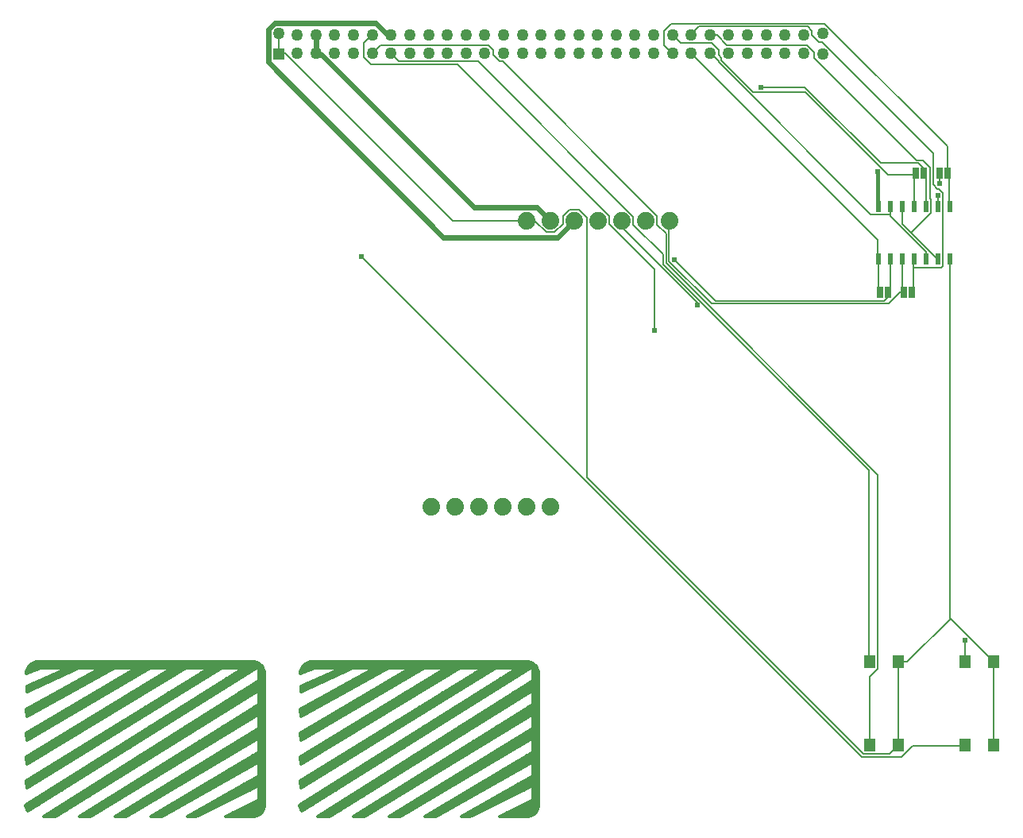
<source format=gtl>
G75*
%MOIN*%
%OFA0B0*%
%FSLAX25Y25*%
%IPPOS*%
%LPD*%
%AMOC8*
5,1,8,0,0,1.08239X$1,22.5*
%
%ADD10C,0.07400*%
%ADD11R,0.05020X0.05020*%
%ADD12C,0.05020*%
%ADD13R,0.04724X0.05512*%
%ADD14C,0.03200*%
%ADD15C,0.01200*%
%ADD16R,0.02362X0.04724*%
%ADD17R,0.02500X0.05000*%
%ADD18C,0.00600*%
%ADD19C,0.02381*%
%ADD20C,0.01500*%
%ADD21C,0.02400*%
D10*
X0358333Y0260000D03*
X0368333Y0260000D03*
X0378333Y0260000D03*
X0388333Y0260000D03*
X0398333Y0260000D03*
X0408333Y0260000D03*
X0408333Y0380000D03*
X0398333Y0380000D03*
X0418333Y0380000D03*
X0428333Y0380000D03*
X0438333Y0380000D03*
X0448333Y0380000D03*
X0458333Y0380000D03*
D11*
X0294160Y0449921D03*
D12*
X0302034Y0450315D03*
X0302034Y0458189D03*
X0309908Y0458189D03*
X0309908Y0450315D03*
X0317782Y0450315D03*
X0317782Y0458189D03*
X0325656Y0458189D03*
X0325656Y0450315D03*
X0333530Y0450315D03*
X0333530Y0458189D03*
X0341404Y0458189D03*
X0341404Y0450315D03*
X0349278Y0450315D03*
X0349278Y0458189D03*
X0357152Y0458189D03*
X0357152Y0450315D03*
X0365026Y0450315D03*
X0365026Y0458189D03*
X0372900Y0458189D03*
X0372900Y0450315D03*
X0380774Y0450315D03*
X0380774Y0458189D03*
X0388648Y0458189D03*
X0388648Y0450315D03*
X0396522Y0450315D03*
X0396522Y0458189D03*
X0404396Y0458189D03*
X0404396Y0450315D03*
X0412270Y0450315D03*
X0412270Y0458189D03*
X0420144Y0458189D03*
X0420144Y0450315D03*
X0428018Y0450315D03*
X0428018Y0458189D03*
X0435892Y0458189D03*
X0435892Y0450315D03*
X0443766Y0450315D03*
X0443766Y0458189D03*
X0451640Y0458189D03*
X0451640Y0450315D03*
X0459514Y0450315D03*
X0459514Y0458189D03*
X0467388Y0458189D03*
X0467388Y0450315D03*
X0475262Y0450315D03*
X0475262Y0458189D03*
X0483136Y0458189D03*
X0483136Y0450315D03*
X0491010Y0450315D03*
X0491010Y0458189D03*
X0498885Y0458189D03*
X0506759Y0458189D03*
X0506759Y0450315D03*
X0498885Y0450315D03*
X0514633Y0450315D03*
X0514633Y0458189D03*
X0522507Y0458583D03*
X0522507Y0449921D03*
X0294160Y0458583D03*
D13*
X0542428Y0195000D03*
X0554239Y0195000D03*
X0582428Y0195000D03*
X0594239Y0195000D03*
X0594239Y0160000D03*
X0582428Y0160000D03*
X0554239Y0160000D03*
X0542428Y0160000D03*
D14*
X0350633Y0192700D03*
X0235633Y0192700D03*
D15*
X0188533Y0133200D02*
X0188833Y0132600D01*
X0189033Y0132300D01*
X0285833Y0193000D01*
X0285833Y0187000D01*
X0195733Y0130000D01*
X0200733Y0130000D01*
X0285833Y0183000D01*
X0285833Y0177000D01*
X0210733Y0130000D01*
X0215233Y0130000D01*
X0285833Y0173000D01*
X0285833Y0167000D01*
X0225733Y0130000D01*
X0230233Y0130000D01*
X0285833Y0163000D01*
X0285833Y0157000D01*
X0240733Y0130000D01*
X0245233Y0130000D01*
X0285833Y0153000D01*
X0285833Y0147000D01*
X0255833Y0130000D01*
X0259733Y0130000D01*
X0285833Y0143000D01*
X0285833Y0137000D01*
X0272033Y0130000D01*
X0283333Y0130000D01*
X0284202Y0130076D01*
X0285043Y0130302D01*
X0285833Y0130670D01*
X0286547Y0131170D01*
X0287164Y0131786D01*
X0287663Y0132500D01*
X0288032Y0133290D01*
X0288257Y0134132D01*
X0288333Y0135000D01*
X0288333Y0190000D01*
X0288257Y0190868D01*
X0288032Y0191710D01*
X0287663Y0192500D01*
X0287164Y0193214D01*
X0286547Y0193830D01*
X0285833Y0194330D01*
X0285043Y0194698D01*
X0284202Y0194924D01*
X0283333Y0195000D01*
X0193333Y0195000D01*
X0192465Y0194924D01*
X0191623Y0194698D01*
X0190833Y0194330D01*
X0190119Y0193830D01*
X0189503Y0193214D01*
X0189003Y0192500D01*
X0188635Y0191710D01*
X0188409Y0190868D01*
X0188333Y0190000D01*
X0194333Y0192500D01*
X0206133Y0192500D01*
X0188633Y0184600D01*
X0188633Y0182400D01*
X0210333Y0192500D01*
X0219733Y0192500D01*
X0188333Y0174900D01*
X0188633Y0172100D01*
X0225333Y0192500D01*
X0234733Y0192500D01*
X0188333Y0164900D01*
X0188633Y0162100D01*
X0240333Y0192500D01*
X0249733Y0192500D01*
X0188333Y0154900D01*
X0188633Y0152100D01*
X0255333Y0192500D01*
X0265233Y0192500D01*
X0188333Y0144900D01*
X0188633Y0142100D01*
X0270333Y0192500D01*
X0279733Y0192500D01*
X0188333Y0134900D01*
X0188133Y0134800D01*
X0188133Y0134200D01*
X0188533Y0133200D01*
X0188747Y0132772D02*
X0189786Y0132772D01*
X0188225Y0133970D02*
X0191697Y0133970D01*
X0193608Y0135169D02*
X0188760Y0135169D01*
X0190662Y0136367D02*
X0195519Y0136367D01*
X0197431Y0137566D02*
X0192563Y0137566D01*
X0194465Y0138764D02*
X0199342Y0138764D01*
X0201253Y0139963D02*
X0196367Y0139963D01*
X0198269Y0141161D02*
X0203165Y0141161D01*
X0205076Y0142360D02*
X0200171Y0142360D01*
X0202072Y0143558D02*
X0206987Y0143558D01*
X0208899Y0144757D02*
X0203974Y0144757D01*
X0205876Y0145955D02*
X0210810Y0145955D01*
X0212721Y0147154D02*
X0207778Y0147154D01*
X0209680Y0148352D02*
X0214632Y0148352D01*
X0216544Y0149551D02*
X0211581Y0149551D01*
X0213483Y0150749D02*
X0218455Y0150749D01*
X0220366Y0151948D02*
X0215385Y0151948D01*
X0217287Y0153146D02*
X0222278Y0153146D01*
X0224189Y0154345D02*
X0219189Y0154345D01*
X0221090Y0155543D02*
X0226100Y0155543D01*
X0228012Y0156742D02*
X0222992Y0156742D01*
X0224894Y0157940D02*
X0229923Y0157940D01*
X0231834Y0159139D02*
X0226796Y0159139D01*
X0228698Y0160337D02*
X0233745Y0160337D01*
X0235657Y0161536D02*
X0230599Y0161536D01*
X0232501Y0162734D02*
X0237568Y0162734D01*
X0239479Y0163933D02*
X0234403Y0163933D01*
X0236305Y0165132D02*
X0241391Y0165132D01*
X0243302Y0166330D02*
X0238207Y0166330D01*
X0240108Y0167529D02*
X0245213Y0167529D01*
X0247125Y0168727D02*
X0242010Y0168727D01*
X0243912Y0169926D02*
X0249036Y0169926D01*
X0250947Y0171124D02*
X0245814Y0171124D01*
X0247716Y0172323D02*
X0252858Y0172323D01*
X0254770Y0173521D02*
X0249618Y0173521D01*
X0251519Y0174720D02*
X0256681Y0174720D01*
X0258592Y0175918D02*
X0253421Y0175918D01*
X0255323Y0177117D02*
X0260504Y0177117D01*
X0262415Y0178315D02*
X0257225Y0178315D01*
X0259127Y0179514D02*
X0264326Y0179514D01*
X0266238Y0180712D02*
X0261028Y0180712D01*
X0262930Y0181911D02*
X0268149Y0181911D01*
X0270060Y0183109D02*
X0264832Y0183109D01*
X0266734Y0184308D02*
X0271971Y0184308D01*
X0273883Y0185506D02*
X0268636Y0185506D01*
X0270537Y0186705D02*
X0275794Y0186705D01*
X0277705Y0187903D02*
X0272439Y0187903D01*
X0274341Y0189102D02*
X0279617Y0189102D01*
X0281528Y0190300D02*
X0276243Y0190300D01*
X0278145Y0191499D02*
X0283439Y0191499D01*
X0285351Y0192697D02*
X0189141Y0192697D01*
X0188578Y0191499D02*
X0191930Y0191499D01*
X0190213Y0193896D02*
X0286454Y0193896D01*
X0285833Y0192697D02*
X0287525Y0192697D01*
X0288088Y0191499D02*
X0285833Y0191499D01*
X0285833Y0190300D02*
X0288307Y0190300D01*
X0288333Y0189102D02*
X0285833Y0189102D01*
X0285833Y0187903D02*
X0288333Y0187903D01*
X0288333Y0186705D02*
X0285367Y0186705D01*
X0283472Y0185506D02*
X0288333Y0185506D01*
X0288333Y0184308D02*
X0281578Y0184308D01*
X0279683Y0183109D02*
X0288333Y0183109D01*
X0288333Y0181911D02*
X0285833Y0181911D01*
X0285833Y0180712D02*
X0288333Y0180712D01*
X0288333Y0179514D02*
X0285833Y0179514D01*
X0285833Y0178315D02*
X0288333Y0178315D01*
X0288333Y0177117D02*
X0285833Y0177117D01*
X0284105Y0175918D02*
X0288333Y0175918D01*
X0288333Y0174720D02*
X0282190Y0174720D01*
X0280274Y0173521D02*
X0288333Y0173521D01*
X0288333Y0172323D02*
X0285833Y0172323D01*
X0284721Y0172323D02*
X0278359Y0172323D01*
X0276444Y0171124D02*
X0282753Y0171124D01*
X0280786Y0169926D02*
X0274529Y0169926D01*
X0272614Y0168727D02*
X0278818Y0168727D01*
X0276850Y0167529D02*
X0270699Y0167529D01*
X0268784Y0166330D02*
X0274882Y0166330D01*
X0272914Y0165132D02*
X0266869Y0165132D01*
X0264954Y0163933D02*
X0270947Y0163933D01*
X0268979Y0162734D02*
X0263039Y0162734D01*
X0261124Y0161536D02*
X0267011Y0161536D01*
X0265043Y0160337D02*
X0259209Y0160337D01*
X0257294Y0159139D02*
X0263075Y0159139D01*
X0261108Y0157940D02*
X0255379Y0157940D01*
X0253464Y0156742D02*
X0259140Y0156742D01*
X0257172Y0155543D02*
X0251548Y0155543D01*
X0249633Y0154345D02*
X0255204Y0154345D01*
X0253236Y0153146D02*
X0247718Y0153146D01*
X0245803Y0151948D02*
X0251269Y0151948D01*
X0249301Y0150749D02*
X0243888Y0150749D01*
X0241973Y0149551D02*
X0247333Y0149551D01*
X0245365Y0148352D02*
X0240058Y0148352D01*
X0238143Y0147154D02*
X0243398Y0147154D01*
X0241430Y0145955D02*
X0236228Y0145955D01*
X0234313Y0144757D02*
X0239462Y0144757D01*
X0237494Y0143558D02*
X0232398Y0143558D01*
X0230483Y0142360D02*
X0235526Y0142360D01*
X0233559Y0141161D02*
X0228568Y0141161D01*
X0226653Y0139963D02*
X0231591Y0139963D01*
X0229623Y0138764D02*
X0224738Y0138764D01*
X0222822Y0137566D02*
X0227655Y0137566D01*
X0225687Y0136367D02*
X0220907Y0136367D01*
X0218992Y0135169D02*
X0223720Y0135169D01*
X0221752Y0133970D02*
X0217077Y0133970D01*
X0215162Y0132772D02*
X0219784Y0132772D01*
X0217816Y0131573D02*
X0213247Y0131573D01*
X0211332Y0130375D02*
X0215849Y0130375D01*
X0210957Y0136367D02*
X0205798Y0136367D01*
X0203904Y0135169D02*
X0209033Y0135169D01*
X0207108Y0133970D02*
X0202009Y0133970D01*
X0200115Y0132772D02*
X0205184Y0132772D01*
X0203259Y0131573D02*
X0198220Y0131573D01*
X0196326Y0130375D02*
X0201335Y0130375D01*
X0207693Y0137566D02*
X0212881Y0137566D01*
X0214806Y0138764D02*
X0209587Y0138764D01*
X0211482Y0139963D02*
X0216730Y0139963D01*
X0218655Y0141161D02*
X0213376Y0141161D01*
X0215270Y0142360D02*
X0220579Y0142360D01*
X0222503Y0143558D02*
X0217165Y0143558D01*
X0219059Y0144757D02*
X0224428Y0144757D01*
X0226352Y0145955D02*
X0220954Y0145955D01*
X0222848Y0147154D02*
X0228277Y0147154D01*
X0230201Y0148352D02*
X0224743Y0148352D01*
X0226637Y0149551D02*
X0232125Y0149551D01*
X0234050Y0150749D02*
X0228532Y0150749D01*
X0230426Y0151948D02*
X0235974Y0151948D01*
X0237899Y0153146D02*
X0232321Y0153146D01*
X0234215Y0154345D02*
X0239823Y0154345D01*
X0241747Y0155543D02*
X0236110Y0155543D01*
X0238004Y0156742D02*
X0243672Y0156742D01*
X0245596Y0157940D02*
X0239899Y0157940D01*
X0241793Y0159139D02*
X0247521Y0159139D01*
X0249445Y0160337D02*
X0243688Y0160337D01*
X0245582Y0161536D02*
X0251369Y0161536D01*
X0253294Y0162734D02*
X0247477Y0162734D01*
X0249371Y0163933D02*
X0255218Y0163933D01*
X0257143Y0165132D02*
X0251266Y0165132D01*
X0253160Y0166330D02*
X0259067Y0166330D01*
X0260991Y0167529D02*
X0255055Y0167529D01*
X0256949Y0168727D02*
X0262916Y0168727D01*
X0264840Y0169926D02*
X0258844Y0169926D01*
X0260738Y0171124D02*
X0266765Y0171124D01*
X0268689Y0172323D02*
X0262633Y0172323D01*
X0264527Y0173521D02*
X0270613Y0173521D01*
X0272538Y0174720D02*
X0266422Y0174720D01*
X0268316Y0175918D02*
X0274462Y0175918D01*
X0276387Y0177117D02*
X0270211Y0177117D01*
X0272105Y0178315D02*
X0278311Y0178315D01*
X0280235Y0179514D02*
X0274000Y0179514D01*
X0275894Y0180712D02*
X0282160Y0180712D01*
X0284084Y0181911D02*
X0277789Y0181911D01*
X0268710Y0191499D02*
X0263616Y0191499D01*
X0261680Y0190300D02*
X0266767Y0190300D01*
X0264825Y0189102D02*
X0259743Y0189102D01*
X0257807Y0187903D02*
X0262882Y0187903D01*
X0260939Y0186705D02*
X0255871Y0186705D01*
X0253935Y0185506D02*
X0258996Y0185506D01*
X0257053Y0184308D02*
X0251998Y0184308D01*
X0250062Y0183109D02*
X0255111Y0183109D01*
X0253168Y0181911D02*
X0248126Y0181911D01*
X0246190Y0180712D02*
X0251225Y0180712D01*
X0249282Y0179514D02*
X0244253Y0179514D01*
X0242317Y0178315D02*
X0247339Y0178315D01*
X0245396Y0177117D02*
X0240381Y0177117D01*
X0238445Y0175918D02*
X0243454Y0175918D01*
X0241511Y0174720D02*
X0236508Y0174720D01*
X0234572Y0173521D02*
X0239568Y0173521D01*
X0237625Y0172323D02*
X0232636Y0172323D01*
X0230700Y0171124D02*
X0235682Y0171124D01*
X0233739Y0169926D02*
X0228763Y0169926D01*
X0226827Y0168727D02*
X0231797Y0168727D01*
X0229854Y0167529D02*
X0224891Y0167529D01*
X0222955Y0166330D02*
X0227911Y0166330D01*
X0225968Y0165132D02*
X0221018Y0165132D01*
X0219082Y0163933D02*
X0224025Y0163933D01*
X0222083Y0162734D02*
X0217146Y0162734D01*
X0215210Y0161536D02*
X0220140Y0161536D01*
X0218197Y0160337D02*
X0213273Y0160337D01*
X0211337Y0159139D02*
X0216254Y0159139D01*
X0214311Y0157940D02*
X0209401Y0157940D01*
X0207465Y0156742D02*
X0212368Y0156742D01*
X0210426Y0155543D02*
X0205528Y0155543D01*
X0203592Y0154345D02*
X0208483Y0154345D01*
X0206540Y0153146D02*
X0201656Y0153146D01*
X0199720Y0151948D02*
X0204597Y0151948D01*
X0202654Y0150749D02*
X0197783Y0150749D01*
X0195847Y0149551D02*
X0200711Y0149551D01*
X0198769Y0148352D02*
X0193911Y0148352D01*
X0191975Y0147154D02*
X0196826Y0147154D01*
X0194883Y0145955D02*
X0190038Y0145955D01*
X0188349Y0144757D02*
X0192940Y0144757D01*
X0190997Y0143558D02*
X0188477Y0143558D01*
X0188605Y0142360D02*
X0189054Y0142360D01*
X0188521Y0153146D02*
X0190361Y0153146D01*
X0188393Y0154345D02*
X0192340Y0154345D01*
X0194318Y0155543D02*
X0189384Y0155543D01*
X0191341Y0156742D02*
X0196297Y0156742D01*
X0198276Y0157940D02*
X0193298Y0157940D01*
X0195255Y0159139D02*
X0200255Y0159139D01*
X0202233Y0160337D02*
X0197213Y0160337D01*
X0199170Y0161536D02*
X0204212Y0161536D01*
X0206191Y0162734D02*
X0201127Y0162734D01*
X0203084Y0163933D02*
X0208170Y0163933D01*
X0210148Y0165132D02*
X0205041Y0165132D01*
X0206998Y0166330D02*
X0212127Y0166330D01*
X0214106Y0167529D02*
X0208955Y0167529D01*
X0210913Y0168727D02*
X0216084Y0168727D01*
X0218063Y0169926D02*
X0212870Y0169926D01*
X0214827Y0171124D02*
X0220042Y0171124D01*
X0222021Y0172323D02*
X0216784Y0172323D01*
X0218741Y0173521D02*
X0223999Y0173521D01*
X0225978Y0174720D02*
X0220698Y0174720D01*
X0222655Y0175918D02*
X0227957Y0175918D01*
X0229936Y0177117D02*
X0224613Y0177117D01*
X0226570Y0178315D02*
X0231914Y0178315D01*
X0233893Y0179514D02*
X0228527Y0179514D01*
X0230484Y0180712D02*
X0235872Y0180712D01*
X0237850Y0181911D02*
X0232441Y0181911D01*
X0234398Y0183109D02*
X0239829Y0183109D01*
X0241808Y0184308D02*
X0236355Y0184308D01*
X0238313Y0185506D02*
X0243787Y0185506D01*
X0245765Y0186705D02*
X0240270Y0186705D01*
X0242227Y0187903D02*
X0247744Y0187903D01*
X0249723Y0189102D02*
X0244184Y0189102D01*
X0246141Y0190300D02*
X0251702Y0190300D01*
X0253680Y0191499D02*
X0248098Y0191499D01*
X0238631Y0191499D02*
X0233050Y0191499D01*
X0231035Y0190300D02*
X0236592Y0190300D01*
X0234554Y0189102D02*
X0229020Y0189102D01*
X0227005Y0187903D02*
X0232516Y0187903D01*
X0230478Y0186705D02*
X0224991Y0186705D01*
X0222976Y0185506D02*
X0228439Y0185506D01*
X0226401Y0184308D02*
X0220961Y0184308D01*
X0218946Y0183109D02*
X0224363Y0183109D01*
X0222325Y0181911D02*
X0216931Y0181911D01*
X0214916Y0180712D02*
X0220286Y0180712D01*
X0218248Y0179514D02*
X0212901Y0179514D01*
X0210886Y0178315D02*
X0216210Y0178315D01*
X0214171Y0177117D02*
X0208871Y0177117D01*
X0206857Y0175918D02*
X0212133Y0175918D01*
X0210095Y0174720D02*
X0204842Y0174720D01*
X0202827Y0173521D02*
X0208057Y0173521D01*
X0206018Y0172323D02*
X0200812Y0172323D01*
X0198797Y0171124D02*
X0203980Y0171124D01*
X0201942Y0169926D02*
X0196782Y0169926D01*
X0194767Y0168727D02*
X0199904Y0168727D01*
X0197865Y0167529D02*
X0192752Y0167529D01*
X0190737Y0166330D02*
X0195827Y0166330D01*
X0193789Y0165132D02*
X0188723Y0165132D01*
X0188437Y0163933D02*
X0191751Y0163933D01*
X0189712Y0162734D02*
X0188565Y0162734D01*
X0188609Y0172323D02*
X0189034Y0172323D01*
X0188481Y0173521D02*
X0191190Y0173521D01*
X0193346Y0174720D02*
X0188353Y0174720D01*
X0190150Y0175918D02*
X0195502Y0175918D01*
X0197658Y0177117D02*
X0192288Y0177117D01*
X0194426Y0178315D02*
X0199814Y0178315D01*
X0201971Y0179514D02*
X0196565Y0179514D01*
X0198703Y0180712D02*
X0204127Y0180712D01*
X0206283Y0181911D02*
X0200841Y0181911D01*
X0202979Y0183109D02*
X0208439Y0183109D01*
X0210595Y0184308D02*
X0205118Y0184308D01*
X0207256Y0185506D02*
X0212751Y0185506D01*
X0214908Y0186705D02*
X0209394Y0186705D01*
X0211532Y0187903D02*
X0217064Y0187903D01*
X0219220Y0189102D02*
X0213671Y0189102D01*
X0215809Y0190300D02*
X0221376Y0190300D01*
X0223532Y0191499D02*
X0217947Y0191499D01*
X0208182Y0191499D02*
X0203915Y0191499D01*
X0205607Y0190300D02*
X0201260Y0190300D01*
X0203032Y0189102D02*
X0198606Y0189102D01*
X0200457Y0187903D02*
X0195951Y0187903D01*
X0197882Y0186705D02*
X0193296Y0186705D01*
X0195307Y0185506D02*
X0190641Y0185506D01*
X0188633Y0184308D02*
X0192732Y0184308D01*
X0190157Y0183109D02*
X0188633Y0183109D01*
X0188360Y0190300D02*
X0189054Y0190300D01*
X0226342Y0130375D02*
X0230865Y0130375D01*
X0232884Y0131573D02*
X0228289Y0131573D01*
X0230235Y0132772D02*
X0234903Y0132772D01*
X0236923Y0133970D02*
X0232182Y0133970D01*
X0234129Y0135169D02*
X0238942Y0135169D01*
X0240961Y0136367D02*
X0236076Y0136367D01*
X0238023Y0137566D02*
X0242980Y0137566D01*
X0245000Y0138764D02*
X0239969Y0138764D01*
X0241916Y0139963D02*
X0247019Y0139963D01*
X0249038Y0141161D02*
X0243863Y0141161D01*
X0245810Y0142360D02*
X0251058Y0142360D01*
X0253077Y0143558D02*
X0247756Y0143558D01*
X0249703Y0144757D02*
X0255096Y0144757D01*
X0257116Y0145955D02*
X0251650Y0145955D01*
X0253597Y0147154D02*
X0259135Y0147154D01*
X0261154Y0148352D02*
X0255544Y0148352D01*
X0257490Y0149551D02*
X0263174Y0149551D01*
X0265193Y0150749D02*
X0259437Y0150749D01*
X0261384Y0151948D02*
X0267212Y0151948D01*
X0269232Y0153146D02*
X0263331Y0153146D01*
X0265277Y0154345D02*
X0271251Y0154345D01*
X0273270Y0155543D02*
X0267224Y0155543D01*
X0269171Y0156742D02*
X0275289Y0156742D01*
X0277309Y0157940D02*
X0271118Y0157940D01*
X0273064Y0159139D02*
X0279328Y0159139D01*
X0281347Y0160337D02*
X0275011Y0160337D01*
X0276958Y0161536D02*
X0283367Y0161536D01*
X0285386Y0162734D02*
X0278905Y0162734D01*
X0280852Y0163933D02*
X0288333Y0163933D01*
X0288333Y0162734D02*
X0285833Y0162734D01*
X0285833Y0161536D02*
X0288333Y0161536D01*
X0288333Y0160337D02*
X0285833Y0160337D01*
X0285833Y0159139D02*
X0288333Y0159139D01*
X0288333Y0157940D02*
X0285833Y0157940D01*
X0285402Y0156742D02*
X0288333Y0156742D01*
X0288333Y0155543D02*
X0283400Y0155543D01*
X0281398Y0154345D02*
X0288333Y0154345D01*
X0288333Y0153146D02*
X0279396Y0153146D01*
X0277394Y0151948D02*
X0283976Y0151948D01*
X0285833Y0151948D02*
X0288333Y0151948D01*
X0288333Y0150749D02*
X0285833Y0150749D01*
X0285833Y0149551D02*
X0288333Y0149551D01*
X0288333Y0148352D02*
X0285833Y0148352D01*
X0285833Y0147154D02*
X0288333Y0147154D01*
X0288333Y0145955D02*
X0283990Y0145955D01*
X0281875Y0144757D02*
X0288333Y0144757D01*
X0288333Y0143558D02*
X0279760Y0143558D01*
X0277645Y0142360D02*
X0284548Y0142360D01*
X0285833Y0142360D02*
X0288333Y0142360D01*
X0288333Y0141161D02*
X0285833Y0141161D01*
X0285833Y0139963D02*
X0288333Y0139963D01*
X0288333Y0138764D02*
X0285833Y0138764D01*
X0285833Y0137566D02*
X0288333Y0137566D01*
X0288333Y0136367D02*
X0284586Y0136367D01*
X0282223Y0135169D02*
X0288333Y0135169D01*
X0288214Y0133970D02*
X0279860Y0133970D01*
X0277498Y0132772D02*
X0287790Y0132772D01*
X0286951Y0131573D02*
X0275135Y0131573D01*
X0272772Y0130375D02*
X0285200Y0130375D01*
X0279736Y0139963D02*
X0273415Y0139963D01*
X0275530Y0141161D02*
X0282142Y0141161D01*
X0277329Y0138764D02*
X0271300Y0138764D01*
X0269185Y0137566D02*
X0274923Y0137566D01*
X0272517Y0136367D02*
X0267070Y0136367D01*
X0264955Y0135169D02*
X0270111Y0135169D01*
X0267704Y0133970D02*
X0262840Y0133970D01*
X0262892Y0131573D02*
X0258610Y0131573D01*
X0260486Y0130375D02*
X0256495Y0130375D01*
X0260725Y0132772D02*
X0265298Y0132772D01*
X0260704Y0138764D02*
X0255373Y0138764D01*
X0253371Y0137566D02*
X0258589Y0137566D01*
X0256473Y0136367D02*
X0251369Y0136367D01*
X0249367Y0135169D02*
X0254357Y0135169D01*
X0252242Y0133970D02*
X0247365Y0133970D01*
X0245363Y0132772D02*
X0250126Y0132772D01*
X0248010Y0131573D02*
X0243361Y0131573D01*
X0241359Y0130375D02*
X0245895Y0130375D01*
X0257375Y0139963D02*
X0262820Y0139963D01*
X0264935Y0141161D02*
X0259377Y0141161D01*
X0261379Y0142360D02*
X0267051Y0142360D01*
X0269167Y0143558D02*
X0263381Y0143558D01*
X0265383Y0144757D02*
X0271282Y0144757D01*
X0273398Y0145955D02*
X0267385Y0145955D01*
X0269387Y0147154D02*
X0275514Y0147154D01*
X0277629Y0148352D02*
X0271389Y0148352D01*
X0273391Y0149551D02*
X0279745Y0149551D01*
X0281860Y0150749D02*
X0275392Y0150749D01*
X0282798Y0165132D02*
X0288333Y0165132D01*
X0288333Y0166330D02*
X0284745Y0166330D01*
X0285833Y0167529D02*
X0288333Y0167529D01*
X0288333Y0168727D02*
X0285833Y0168727D01*
X0285833Y0169926D02*
X0288333Y0169926D01*
X0288333Y0171124D02*
X0285833Y0171124D01*
X0303481Y0173521D02*
X0306190Y0173521D01*
X0308346Y0174720D02*
X0303353Y0174720D01*
X0303333Y0174900D02*
X0303633Y0172100D01*
X0340333Y0192500D01*
X0349733Y0192500D01*
X0303333Y0164900D01*
X0303633Y0162100D01*
X0355333Y0192500D01*
X0364733Y0192500D01*
X0303333Y0154900D01*
X0303633Y0152100D01*
X0370333Y0192500D01*
X0380233Y0192500D01*
X0303333Y0144900D01*
X0303633Y0142100D01*
X0385333Y0192500D01*
X0394733Y0192500D01*
X0303333Y0134900D01*
X0303133Y0134800D01*
X0303133Y0134200D01*
X0303533Y0133200D01*
X0303833Y0132600D01*
X0304033Y0132300D01*
X0400833Y0193000D01*
X0400833Y0187000D01*
X0310733Y0130000D01*
X0315733Y0130000D01*
X0400833Y0183000D01*
X0400833Y0177000D01*
X0325733Y0130000D01*
X0330233Y0130000D01*
X0400833Y0173000D01*
X0400833Y0167000D01*
X0340733Y0130000D01*
X0345233Y0130000D01*
X0400833Y0163000D01*
X0400833Y0157000D01*
X0355733Y0130000D01*
X0360233Y0130000D01*
X0400833Y0153000D01*
X0400833Y0147000D01*
X0370833Y0130000D01*
X0374733Y0130000D01*
X0400833Y0143000D01*
X0400833Y0137000D01*
X0387033Y0130000D01*
X0398333Y0130000D01*
X0399202Y0130076D01*
X0400043Y0130302D01*
X0400833Y0130670D01*
X0401547Y0131170D01*
X0402164Y0131786D01*
X0402663Y0132500D01*
X0403032Y0133290D01*
X0403257Y0134132D01*
X0403333Y0135000D01*
X0403333Y0190000D01*
X0403257Y0190868D01*
X0403032Y0191710D01*
X0402663Y0192500D01*
X0402164Y0193214D01*
X0401547Y0193830D01*
X0400833Y0194330D01*
X0400043Y0194698D01*
X0399202Y0194924D01*
X0398333Y0195000D01*
X0308333Y0195000D01*
X0307465Y0194924D01*
X0306623Y0194698D01*
X0305833Y0194330D01*
X0305119Y0193830D01*
X0304503Y0193214D01*
X0304003Y0192500D01*
X0303635Y0191710D01*
X0303409Y0190868D01*
X0303333Y0190000D01*
X0309333Y0192500D01*
X0321133Y0192500D01*
X0303633Y0184600D01*
X0303633Y0182400D01*
X0325333Y0192500D01*
X0334733Y0192500D01*
X0303333Y0174900D01*
X0305150Y0175918D02*
X0310502Y0175918D01*
X0312658Y0177117D02*
X0307288Y0177117D01*
X0309426Y0178315D02*
X0314814Y0178315D01*
X0316971Y0179514D02*
X0311565Y0179514D01*
X0313703Y0180712D02*
X0319127Y0180712D01*
X0321283Y0181911D02*
X0315841Y0181911D01*
X0317979Y0183109D02*
X0323439Y0183109D01*
X0325595Y0184308D02*
X0320118Y0184308D01*
X0322256Y0185506D02*
X0327751Y0185506D01*
X0329908Y0186705D02*
X0324394Y0186705D01*
X0326532Y0187903D02*
X0332064Y0187903D01*
X0334220Y0189102D02*
X0328671Y0189102D01*
X0330809Y0190300D02*
X0336376Y0190300D01*
X0338532Y0191499D02*
X0332947Y0191499D01*
X0335961Y0184308D02*
X0341401Y0184308D01*
X0343439Y0185506D02*
X0337976Y0185506D01*
X0339991Y0186705D02*
X0345478Y0186705D01*
X0347516Y0187903D02*
X0342005Y0187903D01*
X0344020Y0189102D02*
X0349554Y0189102D01*
X0351592Y0190300D02*
X0346035Y0190300D01*
X0348050Y0191499D02*
X0353631Y0191499D01*
X0355270Y0186705D02*
X0360765Y0186705D01*
X0358787Y0185506D02*
X0353313Y0185506D01*
X0351355Y0184308D02*
X0356808Y0184308D01*
X0354829Y0183109D02*
X0349398Y0183109D01*
X0347441Y0181911D02*
X0352850Y0181911D01*
X0350872Y0180712D02*
X0345484Y0180712D01*
X0343527Y0179514D02*
X0348893Y0179514D01*
X0346914Y0178315D02*
X0341570Y0178315D01*
X0339613Y0177117D02*
X0344936Y0177117D01*
X0342957Y0175918D02*
X0337655Y0175918D01*
X0335698Y0174720D02*
X0340978Y0174720D01*
X0338999Y0173521D02*
X0333741Y0173521D01*
X0331784Y0172323D02*
X0337021Y0172323D01*
X0335042Y0171124D02*
X0329827Y0171124D01*
X0327870Y0169926D02*
X0333063Y0169926D01*
X0331084Y0168727D02*
X0325913Y0168727D01*
X0323955Y0167529D02*
X0329106Y0167529D01*
X0327127Y0166330D02*
X0321998Y0166330D01*
X0320041Y0165132D02*
X0325148Y0165132D01*
X0323170Y0163933D02*
X0318084Y0163933D01*
X0316127Y0162734D02*
X0321191Y0162734D01*
X0319212Y0161536D02*
X0314170Y0161536D01*
X0312213Y0160337D02*
X0317233Y0160337D01*
X0315255Y0159139D02*
X0310255Y0159139D01*
X0308298Y0157940D02*
X0313276Y0157940D01*
X0311297Y0156742D02*
X0306341Y0156742D01*
X0304384Y0155543D02*
X0309318Y0155543D01*
X0307340Y0154345D02*
X0303393Y0154345D01*
X0303521Y0153146D02*
X0305361Y0153146D01*
X0308911Y0148352D02*
X0313769Y0148352D01*
X0315711Y0149551D02*
X0310847Y0149551D01*
X0312783Y0150749D02*
X0317654Y0150749D01*
X0319597Y0151948D02*
X0314720Y0151948D01*
X0316656Y0153146D02*
X0321540Y0153146D01*
X0323483Y0154345D02*
X0318592Y0154345D01*
X0320528Y0155543D02*
X0325426Y0155543D01*
X0327368Y0156742D02*
X0322465Y0156742D01*
X0324401Y0157940D02*
X0329311Y0157940D01*
X0331254Y0159139D02*
X0326337Y0159139D01*
X0328273Y0160337D02*
X0333197Y0160337D01*
X0335140Y0161536D02*
X0330210Y0161536D01*
X0332146Y0162734D02*
X0337083Y0162734D01*
X0339025Y0163933D02*
X0334082Y0163933D01*
X0336018Y0165132D02*
X0340968Y0165132D01*
X0342911Y0166330D02*
X0337955Y0166330D01*
X0339891Y0167529D02*
X0344854Y0167529D01*
X0346797Y0168727D02*
X0341827Y0168727D01*
X0343763Y0169926D02*
X0348739Y0169926D01*
X0350682Y0171124D02*
X0345700Y0171124D01*
X0347636Y0172323D02*
X0352625Y0172323D01*
X0354568Y0173521D02*
X0349572Y0173521D01*
X0351508Y0174720D02*
X0356511Y0174720D01*
X0358454Y0175918D02*
X0353445Y0175918D01*
X0355381Y0177117D02*
X0360396Y0177117D01*
X0362339Y0178315D02*
X0357317Y0178315D01*
X0359253Y0179514D02*
X0364282Y0179514D01*
X0366225Y0180712D02*
X0361190Y0180712D01*
X0363126Y0181911D02*
X0368168Y0181911D01*
X0370111Y0183109D02*
X0365062Y0183109D01*
X0366998Y0184308D02*
X0372053Y0184308D01*
X0373996Y0185506D02*
X0368935Y0185506D01*
X0370871Y0186705D02*
X0375939Y0186705D01*
X0377882Y0187903D02*
X0372807Y0187903D01*
X0374743Y0189102D02*
X0379825Y0189102D01*
X0381767Y0190300D02*
X0376680Y0190300D01*
X0378616Y0191499D02*
X0383710Y0191499D01*
X0385537Y0186705D02*
X0390794Y0186705D01*
X0392705Y0187903D02*
X0387439Y0187903D01*
X0389341Y0189102D02*
X0394617Y0189102D01*
X0396528Y0190300D02*
X0391243Y0190300D01*
X0393145Y0191499D02*
X0398439Y0191499D01*
X0400351Y0192697D02*
X0304141Y0192697D01*
X0303578Y0191499D02*
X0306930Y0191499D01*
X0305213Y0193896D02*
X0401454Y0193896D01*
X0400833Y0192697D02*
X0402525Y0192697D01*
X0403088Y0191499D02*
X0400833Y0191499D01*
X0400833Y0190300D02*
X0403307Y0190300D01*
X0403333Y0189102D02*
X0400833Y0189102D01*
X0400833Y0187903D02*
X0403333Y0187903D01*
X0403333Y0186705D02*
X0400367Y0186705D01*
X0398472Y0185506D02*
X0403333Y0185506D01*
X0403333Y0184308D02*
X0396578Y0184308D01*
X0394683Y0183109D02*
X0403333Y0183109D01*
X0403333Y0181911D02*
X0400833Y0181911D01*
X0400833Y0180712D02*
X0403333Y0180712D01*
X0403333Y0179514D02*
X0400833Y0179514D01*
X0400833Y0178315D02*
X0403333Y0178315D01*
X0403333Y0177117D02*
X0400833Y0177117D01*
X0399105Y0175918D02*
X0403333Y0175918D01*
X0403333Y0174720D02*
X0397190Y0174720D01*
X0395274Y0173521D02*
X0403333Y0173521D01*
X0403333Y0172323D02*
X0400833Y0172323D01*
X0399721Y0172323D02*
X0393359Y0172323D01*
X0391444Y0171124D02*
X0397753Y0171124D01*
X0395786Y0169926D02*
X0389529Y0169926D01*
X0387614Y0168727D02*
X0393818Y0168727D01*
X0391850Y0167529D02*
X0385699Y0167529D01*
X0383784Y0166330D02*
X0389882Y0166330D01*
X0387914Y0165132D02*
X0381869Y0165132D01*
X0379954Y0163933D02*
X0385947Y0163933D01*
X0383979Y0162734D02*
X0378039Y0162734D01*
X0376124Y0161536D02*
X0382011Y0161536D01*
X0380043Y0160337D02*
X0374209Y0160337D01*
X0372294Y0159139D02*
X0378075Y0159139D01*
X0376108Y0157940D02*
X0370379Y0157940D01*
X0368464Y0156742D02*
X0374140Y0156742D01*
X0372172Y0155543D02*
X0366548Y0155543D01*
X0364633Y0154345D02*
X0370204Y0154345D01*
X0368236Y0153146D02*
X0362718Y0153146D01*
X0360803Y0151948D02*
X0366269Y0151948D01*
X0364301Y0150749D02*
X0358888Y0150749D01*
X0356973Y0149551D02*
X0362333Y0149551D01*
X0360365Y0148352D02*
X0355058Y0148352D01*
X0353143Y0147154D02*
X0358398Y0147154D01*
X0356430Y0145955D02*
X0351228Y0145955D01*
X0349313Y0144757D02*
X0354462Y0144757D01*
X0352494Y0143558D02*
X0347398Y0143558D01*
X0345483Y0142360D02*
X0350526Y0142360D01*
X0348559Y0141161D02*
X0343568Y0141161D01*
X0341653Y0139963D02*
X0346591Y0139963D01*
X0344623Y0138764D02*
X0339738Y0138764D01*
X0337822Y0137566D02*
X0342655Y0137566D01*
X0340687Y0136367D02*
X0335907Y0136367D01*
X0333992Y0135169D02*
X0338720Y0135169D01*
X0336752Y0133970D02*
X0332077Y0133970D01*
X0330162Y0132772D02*
X0334784Y0132772D01*
X0332816Y0131573D02*
X0328247Y0131573D01*
X0326332Y0130375D02*
X0330849Y0130375D01*
X0325957Y0136367D02*
X0320798Y0136367D01*
X0318904Y0135169D02*
X0324033Y0135169D01*
X0322108Y0133970D02*
X0317009Y0133970D01*
X0315115Y0132772D02*
X0320184Y0132772D01*
X0318259Y0131573D02*
X0313220Y0131573D01*
X0311326Y0130375D02*
X0316335Y0130375D01*
X0312431Y0137566D02*
X0307563Y0137566D01*
X0305662Y0136367D02*
X0310519Y0136367D01*
X0308608Y0135169D02*
X0303760Y0135169D01*
X0303225Y0133970D02*
X0306697Y0133970D01*
X0304786Y0132772D02*
X0303747Y0132772D01*
X0309465Y0138764D02*
X0314342Y0138764D01*
X0316253Y0139963D02*
X0311367Y0139963D01*
X0313269Y0141161D02*
X0318165Y0141161D01*
X0320076Y0142360D02*
X0315171Y0142360D01*
X0317072Y0143558D02*
X0321987Y0143558D01*
X0323899Y0144757D02*
X0318974Y0144757D01*
X0320876Y0145955D02*
X0325810Y0145955D01*
X0327721Y0147154D02*
X0322778Y0147154D01*
X0324680Y0148352D02*
X0329632Y0148352D01*
X0331544Y0149551D02*
X0326581Y0149551D01*
X0328483Y0150749D02*
X0333455Y0150749D01*
X0335366Y0151948D02*
X0330385Y0151948D01*
X0332287Y0153146D02*
X0337278Y0153146D01*
X0339189Y0154345D02*
X0334189Y0154345D01*
X0336090Y0155543D02*
X0341100Y0155543D01*
X0343012Y0156742D02*
X0337992Y0156742D01*
X0339894Y0157940D02*
X0344923Y0157940D01*
X0346834Y0159139D02*
X0341796Y0159139D01*
X0343698Y0160337D02*
X0348745Y0160337D01*
X0350657Y0161536D02*
X0345599Y0161536D01*
X0347501Y0162734D02*
X0352568Y0162734D01*
X0354479Y0163933D02*
X0349403Y0163933D01*
X0351305Y0165132D02*
X0356391Y0165132D01*
X0358302Y0166330D02*
X0353207Y0166330D01*
X0355108Y0167529D02*
X0360213Y0167529D01*
X0362125Y0168727D02*
X0357010Y0168727D01*
X0358912Y0169926D02*
X0364036Y0169926D01*
X0365947Y0171124D02*
X0360814Y0171124D01*
X0362716Y0172323D02*
X0367858Y0172323D01*
X0369770Y0173521D02*
X0364618Y0173521D01*
X0366519Y0174720D02*
X0371681Y0174720D01*
X0373592Y0175918D02*
X0368421Y0175918D01*
X0370323Y0177117D02*
X0375504Y0177117D01*
X0377415Y0178315D02*
X0372225Y0178315D01*
X0374127Y0179514D02*
X0379326Y0179514D01*
X0381238Y0180712D02*
X0376028Y0180712D01*
X0377930Y0181911D02*
X0383149Y0181911D01*
X0385060Y0183109D02*
X0379832Y0183109D01*
X0381734Y0184308D02*
X0386971Y0184308D01*
X0388883Y0185506D02*
X0383636Y0185506D01*
X0387105Y0178315D02*
X0393311Y0178315D01*
X0391387Y0177117D02*
X0385211Y0177117D01*
X0383316Y0175918D02*
X0389462Y0175918D01*
X0387538Y0174720D02*
X0381422Y0174720D01*
X0379527Y0173521D02*
X0385613Y0173521D01*
X0383689Y0172323D02*
X0377633Y0172323D01*
X0375738Y0171124D02*
X0381765Y0171124D01*
X0379840Y0169926D02*
X0373844Y0169926D01*
X0371949Y0168727D02*
X0377916Y0168727D01*
X0375991Y0167529D02*
X0370055Y0167529D01*
X0368160Y0166330D02*
X0374067Y0166330D01*
X0372143Y0165132D02*
X0366266Y0165132D01*
X0364371Y0163933D02*
X0370218Y0163933D01*
X0368294Y0162734D02*
X0362477Y0162734D01*
X0360582Y0161536D02*
X0366369Y0161536D01*
X0364445Y0160337D02*
X0358688Y0160337D01*
X0356793Y0159139D02*
X0362521Y0159139D01*
X0360596Y0157940D02*
X0354899Y0157940D01*
X0353004Y0156742D02*
X0358672Y0156742D01*
X0356747Y0155543D02*
X0351110Y0155543D01*
X0349215Y0154345D02*
X0354823Y0154345D01*
X0352899Y0153146D02*
X0347321Y0153146D01*
X0345426Y0151948D02*
X0350974Y0151948D01*
X0349050Y0150749D02*
X0343532Y0150749D01*
X0341637Y0149551D02*
X0347125Y0149551D01*
X0345201Y0148352D02*
X0339743Y0148352D01*
X0337848Y0147154D02*
X0343277Y0147154D01*
X0341352Y0145955D02*
X0335954Y0145955D01*
X0334059Y0144757D02*
X0339428Y0144757D01*
X0337503Y0143558D02*
X0332165Y0143558D01*
X0330270Y0142360D02*
X0335579Y0142360D01*
X0333655Y0141161D02*
X0328376Y0141161D01*
X0326482Y0139963D02*
X0331730Y0139963D01*
X0329806Y0138764D02*
X0324587Y0138764D01*
X0322693Y0137566D02*
X0327881Y0137566D01*
X0341342Y0130375D02*
X0345865Y0130375D01*
X0347884Y0131573D02*
X0343289Y0131573D01*
X0345235Y0132772D02*
X0349903Y0132772D01*
X0351923Y0133970D02*
X0347182Y0133970D01*
X0349129Y0135169D02*
X0353942Y0135169D01*
X0355961Y0136367D02*
X0351076Y0136367D01*
X0353023Y0137566D02*
X0357980Y0137566D01*
X0360000Y0138764D02*
X0354969Y0138764D01*
X0356916Y0139963D02*
X0362019Y0139963D01*
X0364038Y0141161D02*
X0358863Y0141161D01*
X0360810Y0142360D02*
X0366058Y0142360D01*
X0368077Y0143558D02*
X0362756Y0143558D01*
X0364703Y0144757D02*
X0370096Y0144757D01*
X0372116Y0145955D02*
X0366650Y0145955D01*
X0368597Y0147154D02*
X0374135Y0147154D01*
X0376154Y0148352D02*
X0370544Y0148352D01*
X0372490Y0149551D02*
X0378174Y0149551D01*
X0380193Y0150749D02*
X0374437Y0150749D01*
X0376384Y0151948D02*
X0382212Y0151948D01*
X0384232Y0153146D02*
X0378331Y0153146D01*
X0380277Y0154345D02*
X0386251Y0154345D01*
X0388270Y0155543D02*
X0382224Y0155543D01*
X0384171Y0156742D02*
X0390289Y0156742D01*
X0392309Y0157940D02*
X0386118Y0157940D01*
X0388064Y0159139D02*
X0394328Y0159139D01*
X0396347Y0160337D02*
X0390011Y0160337D01*
X0391958Y0161536D02*
X0398367Y0161536D01*
X0400386Y0162734D02*
X0393905Y0162734D01*
X0395852Y0163933D02*
X0403333Y0163933D01*
X0403333Y0162734D02*
X0400833Y0162734D01*
X0400833Y0161536D02*
X0403333Y0161536D01*
X0403333Y0160337D02*
X0400833Y0160337D01*
X0400833Y0159139D02*
X0403333Y0159139D01*
X0403333Y0157940D02*
X0400833Y0157940D01*
X0400402Y0156742D02*
X0403333Y0156742D01*
X0403333Y0155543D02*
X0398400Y0155543D01*
X0396398Y0154345D02*
X0403333Y0154345D01*
X0403333Y0153146D02*
X0394396Y0153146D01*
X0392394Y0151948D02*
X0398976Y0151948D01*
X0400833Y0151948D02*
X0403333Y0151948D01*
X0403333Y0150749D02*
X0400833Y0150749D01*
X0400833Y0149551D02*
X0403333Y0149551D01*
X0403333Y0148352D02*
X0400833Y0148352D01*
X0400833Y0147154D02*
X0403333Y0147154D01*
X0403333Y0145955D02*
X0398990Y0145955D01*
X0396875Y0144757D02*
X0403333Y0144757D01*
X0403333Y0143558D02*
X0394760Y0143558D01*
X0392645Y0142360D02*
X0399548Y0142360D01*
X0400833Y0142360D02*
X0403333Y0142360D01*
X0403333Y0141161D02*
X0400833Y0141161D01*
X0400833Y0139963D02*
X0403333Y0139963D01*
X0403333Y0138764D02*
X0400833Y0138764D01*
X0400833Y0137566D02*
X0403333Y0137566D01*
X0403333Y0136367D02*
X0399586Y0136367D01*
X0397223Y0135169D02*
X0403333Y0135169D01*
X0403214Y0133970D02*
X0394860Y0133970D01*
X0392498Y0132772D02*
X0402790Y0132772D01*
X0401951Y0131573D02*
X0390135Y0131573D01*
X0387772Y0130375D02*
X0400200Y0130375D01*
X0394736Y0139963D02*
X0388415Y0139963D01*
X0390530Y0141161D02*
X0397142Y0141161D01*
X0392329Y0138764D02*
X0386300Y0138764D01*
X0384185Y0137566D02*
X0389923Y0137566D01*
X0387517Y0136367D02*
X0382070Y0136367D01*
X0379955Y0135169D02*
X0385111Y0135169D01*
X0382704Y0133970D02*
X0377840Y0133970D01*
X0377892Y0131573D02*
X0373610Y0131573D01*
X0375486Y0130375D02*
X0371495Y0130375D01*
X0375725Y0132772D02*
X0380298Y0132772D01*
X0375704Y0138764D02*
X0370373Y0138764D01*
X0368371Y0137566D02*
X0373589Y0137566D01*
X0371473Y0136367D02*
X0366369Y0136367D01*
X0364367Y0135169D02*
X0369357Y0135169D01*
X0367242Y0133970D02*
X0362365Y0133970D01*
X0360363Y0132772D02*
X0365126Y0132772D01*
X0363010Y0131573D02*
X0358361Y0131573D01*
X0356359Y0130375D02*
X0360895Y0130375D01*
X0372375Y0139963D02*
X0377820Y0139963D01*
X0379935Y0141161D02*
X0374377Y0141161D01*
X0376379Y0142360D02*
X0382051Y0142360D01*
X0384167Y0143558D02*
X0378381Y0143558D01*
X0380383Y0144757D02*
X0386282Y0144757D01*
X0388398Y0145955D02*
X0382385Y0145955D01*
X0384387Y0147154D02*
X0390514Y0147154D01*
X0392629Y0148352D02*
X0386389Y0148352D01*
X0388391Y0149551D02*
X0394745Y0149551D01*
X0396860Y0150749D02*
X0390392Y0150749D01*
X0397798Y0165132D02*
X0403333Y0165132D01*
X0403333Y0166330D02*
X0399745Y0166330D01*
X0400833Y0167529D02*
X0403333Y0167529D01*
X0403333Y0168727D02*
X0400833Y0168727D01*
X0400833Y0169926D02*
X0403333Y0169926D01*
X0403333Y0171124D02*
X0400833Y0171124D01*
X0395235Y0179514D02*
X0389000Y0179514D01*
X0390894Y0180712D02*
X0397160Y0180712D01*
X0399084Y0181911D02*
X0392789Y0181911D01*
X0368680Y0191499D02*
X0363098Y0191499D01*
X0361141Y0190300D02*
X0366702Y0190300D01*
X0364723Y0189102D02*
X0359184Y0189102D01*
X0357227Y0187903D02*
X0362744Y0187903D01*
X0339363Y0183109D02*
X0333946Y0183109D01*
X0331931Y0181911D02*
X0337325Y0181911D01*
X0335286Y0180712D02*
X0329916Y0180712D01*
X0327901Y0179514D02*
X0333248Y0179514D01*
X0331210Y0178315D02*
X0325886Y0178315D01*
X0323871Y0177117D02*
X0329171Y0177117D01*
X0327133Y0175918D02*
X0321857Y0175918D01*
X0319842Y0174720D02*
X0325095Y0174720D01*
X0323057Y0173521D02*
X0317827Y0173521D01*
X0315812Y0172323D02*
X0321018Y0172323D01*
X0318980Y0171124D02*
X0313797Y0171124D01*
X0311782Y0169926D02*
X0316942Y0169926D01*
X0314904Y0168727D02*
X0309767Y0168727D01*
X0307752Y0167529D02*
X0312865Y0167529D01*
X0310827Y0166330D02*
X0305737Y0166330D01*
X0303723Y0165132D02*
X0308789Y0165132D01*
X0306751Y0163933D02*
X0303437Y0163933D01*
X0303565Y0162734D02*
X0304712Y0162734D01*
X0304034Y0172323D02*
X0303609Y0172323D01*
X0303633Y0183109D02*
X0305157Y0183109D01*
X0303633Y0184308D02*
X0307732Y0184308D01*
X0305641Y0185506D02*
X0310307Y0185506D01*
X0308296Y0186705D02*
X0312882Y0186705D01*
X0310951Y0187903D02*
X0315457Y0187903D01*
X0313606Y0189102D02*
X0318032Y0189102D01*
X0316260Y0190300D02*
X0320607Y0190300D01*
X0318915Y0191499D02*
X0323182Y0191499D01*
X0304054Y0190300D02*
X0303360Y0190300D01*
X0306975Y0147154D02*
X0311826Y0147154D01*
X0309883Y0145955D02*
X0305038Y0145955D01*
X0303349Y0144757D02*
X0307940Y0144757D01*
X0305997Y0143558D02*
X0303477Y0143558D01*
X0303605Y0142360D02*
X0304054Y0142360D01*
D16*
X0545833Y0363976D03*
X0550833Y0363976D03*
X0555833Y0363976D03*
X0560833Y0363976D03*
X0565833Y0363976D03*
X0570833Y0363976D03*
X0575833Y0363976D03*
X0575833Y0386024D03*
X0570833Y0386024D03*
X0565833Y0386024D03*
X0560833Y0386024D03*
X0555833Y0386024D03*
X0550833Y0386024D03*
X0545833Y0386024D03*
D17*
X0561733Y0400000D03*
X0564933Y0400000D03*
X0571733Y0400000D03*
X0574933Y0400000D03*
X0559933Y0350000D03*
X0556733Y0350000D03*
X0549933Y0350000D03*
X0546733Y0350000D03*
D18*
X0546633Y0350000D01*
X0546033Y0350600D01*
X0546033Y0363800D01*
X0545833Y0363976D01*
X0545733Y0364100D01*
X0545733Y0371900D01*
X0467433Y0450200D01*
X0467388Y0450315D01*
X0462933Y0454700D02*
X0459633Y0458000D01*
X0459514Y0458189D01*
X0456033Y0459800D02*
X0456033Y0453800D01*
X0459333Y0450500D01*
X0459514Y0450315D01*
X0462933Y0454700D02*
X0475833Y0454700D01*
X0478833Y0451700D01*
X0478833Y0449600D01*
X0480033Y0448400D01*
X0480033Y0447200D01*
X0493233Y0434000D01*
X0515433Y0434000D01*
X0549933Y0399500D01*
X0561033Y0399500D01*
X0561733Y0400000D01*
X0561633Y0399800D01*
X0561033Y0399200D01*
X0561033Y0386300D01*
X0560833Y0386024D01*
X0555933Y0386000D02*
X0555933Y0378800D01*
X0559683Y0375050D01*
X0567933Y0383300D01*
X0567933Y0389000D01*
X0567633Y0389300D01*
X0567633Y0402500D01*
X0564633Y0405500D01*
X0561933Y0405500D01*
X0519033Y0448400D01*
X0519033Y0450800D01*
X0516033Y0453800D01*
X0482433Y0453800D01*
X0478233Y0458000D01*
X0475533Y0458000D01*
X0475262Y0458189D01*
X0470733Y0461600D02*
X0467433Y0458300D01*
X0467388Y0458189D01*
X0470733Y0461600D02*
X0516333Y0461600D01*
X0518133Y0459800D01*
X0518133Y0458000D01*
X0521133Y0455000D01*
X0522333Y0455000D01*
X0568833Y0408500D01*
X0568833Y0395300D01*
X0570633Y0393500D01*
X0571233Y0393500D01*
X0573033Y0391700D01*
X0573033Y0361100D01*
X0572433Y0360500D01*
X0560733Y0360500D01*
X0560733Y0363800D01*
X0560833Y0363976D01*
X0560733Y0360500D02*
X0560733Y0350600D01*
X0560133Y0350000D01*
X0559933Y0350000D01*
X0556733Y0350000D02*
X0555933Y0350300D01*
X0555333Y0350300D01*
X0550233Y0345200D01*
X0475833Y0345200D01*
X0458133Y0362900D01*
X0458133Y0380000D01*
X0458333Y0380000D01*
X0453033Y0378500D02*
X0456933Y0374600D01*
X0456933Y0362300D01*
X0545733Y0273500D01*
X0545733Y0191900D01*
X0542433Y0188600D01*
X0542433Y0160100D01*
X0542428Y0160000D01*
X0539733Y0156200D02*
X0550533Y0156200D01*
X0554133Y0159800D01*
X0554239Y0160000D01*
X0554433Y0160100D01*
X0554433Y0194900D01*
X0554239Y0195000D01*
X0554733Y0194900D01*
X0558033Y0194900D01*
X0576183Y0213050D01*
X0576033Y0213200D01*
X0576033Y0363800D01*
X0575833Y0363976D01*
X0570833Y0363976D02*
X0570633Y0364100D01*
X0559683Y0375050D01*
X0565833Y0367100D02*
X0550833Y0382100D01*
X0550833Y0382700D01*
X0542733Y0382700D01*
X0478833Y0446600D01*
X0478833Y0446900D01*
X0475533Y0450200D01*
X0475262Y0450315D01*
X0459033Y0462800D02*
X0456033Y0459800D01*
X0459033Y0462800D02*
X0523233Y0462800D01*
X0574833Y0411200D01*
X0574833Y0400100D01*
X0574933Y0400000D01*
X0575733Y0399200D01*
X0575733Y0386300D01*
X0575833Y0386024D01*
X0570933Y0386300D02*
X0570933Y0390800D01*
X0570933Y0386300D02*
X0570833Y0386024D01*
X0565833Y0386024D02*
X0565833Y0398900D01*
X0564933Y0399800D01*
X0564933Y0400000D01*
X0564933Y0401900D01*
X0562533Y0404300D01*
X0546933Y0404300D01*
X0515133Y0436100D01*
X0496533Y0436100D01*
X0453033Y0382100D02*
X0388233Y0446900D01*
X0387033Y0446900D01*
X0384333Y0449600D01*
X0384333Y0451700D01*
X0382233Y0453800D01*
X0336933Y0453800D01*
X0333633Y0450500D01*
X0333530Y0450315D01*
X0330033Y0448700D02*
X0333033Y0445700D01*
X0369333Y0445700D01*
X0432933Y0382100D01*
X0432933Y0378800D01*
X0452133Y0359600D01*
X0452133Y0334100D01*
X0469833Y0344600D02*
X0469833Y0345800D01*
X0438333Y0377300D01*
X0438333Y0380000D01*
X0443133Y0378500D02*
X0443133Y0381800D01*
X0378033Y0446900D01*
X0344733Y0446900D01*
X0341433Y0450200D01*
X0341404Y0450315D01*
X0333530Y0458189D02*
X0333333Y0458000D01*
X0330033Y0454700D01*
X0330033Y0448700D01*
X0297033Y0450200D02*
X0367233Y0380000D01*
X0398333Y0380000D01*
X0401733Y0380000D01*
X0406533Y0375200D01*
X0410133Y0375200D01*
X0413733Y0378800D01*
X0413733Y0382100D01*
X0416433Y0384800D01*
X0420333Y0384800D01*
X0423633Y0381500D01*
X0423633Y0272300D01*
X0539733Y0156200D01*
X0539133Y0155000D02*
X0329133Y0365000D01*
X0297033Y0450200D02*
X0294633Y0450200D01*
X0294160Y0449921D01*
X0294333Y0450200D01*
X0294333Y0458300D01*
X0294160Y0458583D01*
X0443133Y0378500D02*
X0455733Y0365900D01*
X0455733Y0361700D01*
X0542133Y0275300D01*
X0542133Y0195200D01*
X0542428Y0195000D01*
X0576183Y0213050D02*
X0594033Y0195200D01*
X0594239Y0195000D01*
X0594333Y0194900D01*
X0594333Y0160100D01*
X0594239Y0160000D01*
X0582428Y0160000D02*
X0582333Y0159800D01*
X0560433Y0159800D01*
X0555633Y0155000D01*
X0539133Y0155000D01*
X0582428Y0195000D02*
X0582333Y0195200D01*
X0582333Y0203900D01*
X0548433Y0346400D02*
X0477633Y0346400D01*
X0460233Y0363800D01*
X0453033Y0378500D02*
X0453033Y0382100D01*
X0550833Y0382700D02*
X0550833Y0386024D01*
X0555833Y0386024D02*
X0555933Y0386000D01*
X0571533Y0395600D02*
X0571533Y0399800D01*
X0571733Y0400000D01*
X0565833Y0367100D02*
X0565833Y0363976D01*
X0555933Y0363800D02*
X0555833Y0363976D01*
X0555933Y0363800D02*
X0555933Y0350600D01*
X0556533Y0350000D01*
X0556733Y0350000D01*
X0550833Y0350900D02*
X0549933Y0350000D01*
X0549933Y0347900D01*
X0548433Y0346400D01*
X0550833Y0350900D02*
X0550833Y0363976D01*
D19*
X0570933Y0390800D03*
X0571533Y0395600D03*
X0545733Y0400700D03*
X0496533Y0436100D03*
X0460233Y0363800D03*
X0469833Y0344600D03*
X0452133Y0334100D03*
X0329133Y0365000D03*
X0582333Y0203900D03*
D20*
X0545833Y0386024D02*
X0545733Y0386300D01*
X0545733Y0400700D01*
D21*
X0418333Y0380000D02*
X0418233Y0380000D01*
X0411333Y0373100D01*
X0363333Y0373100D01*
X0289833Y0446600D01*
X0289833Y0460400D01*
X0292533Y0463100D01*
X0334833Y0463100D01*
X0339633Y0458300D01*
X0341133Y0458300D01*
X0341404Y0458189D01*
X0312333Y0449600D02*
X0376233Y0385700D01*
X0402633Y0385700D01*
X0408333Y0380000D01*
X0312333Y0449600D02*
X0310833Y0449600D01*
X0309908Y0450315D01*
X0309933Y0450500D01*
X0309933Y0458000D01*
X0309908Y0458189D01*
M02*

</source>
